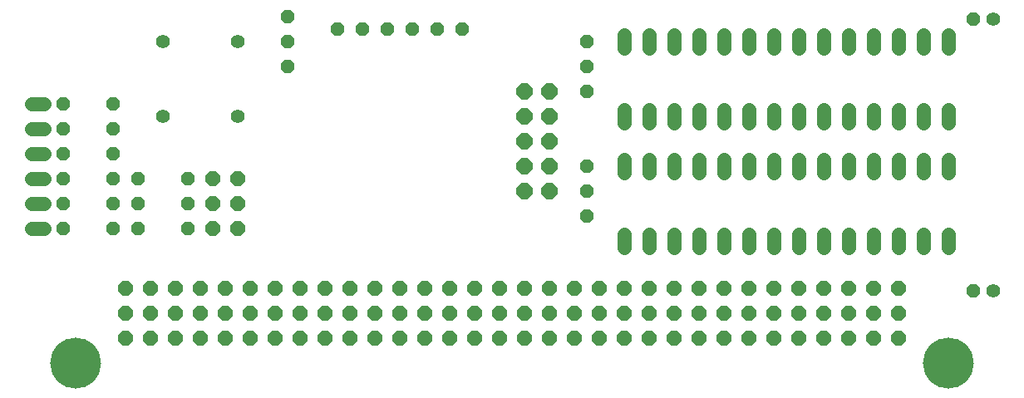
<source format=gbr>
G04 EAGLE Gerber RS-274X export*
G75*
%MOMM*%
%FSLAX34Y34*%
%LPD*%
%INSoldermask Bottom*%
%IPPOS*%
%AMOC8*
5,1,8,0,0,1.08239X$1,22.5*%
G01*
%ADD10C,1.422400*%
%ADD11C,5.181600*%
%ADD12P,1.649562X8X292.500000*%
%ADD13C,2.895600*%
%ADD14C,1.422400*%
%ADD15P,1.539592X8X22.500000*%
%ADD16P,1.649562X8X112.500000*%
%ADD17P,1.539592X8X292.500000*%
%ADD18P,1.539592X8X202.500000*%
%ADD19P,1.759533X8X292.500000*%


D10*
X622300Y272796D02*
X622300Y286004D01*
X647700Y286004D02*
X647700Y272796D01*
X774700Y272796D02*
X774700Y286004D01*
X800100Y286004D02*
X800100Y272796D01*
X673100Y272796D02*
X673100Y286004D01*
X698500Y286004D02*
X698500Y272796D01*
X749300Y272796D02*
X749300Y286004D01*
X723900Y286004D02*
X723900Y272796D01*
X825500Y272796D02*
X825500Y286004D01*
X850900Y286004D02*
X850900Y272796D01*
X876300Y272796D02*
X876300Y286004D01*
X901700Y286004D02*
X901700Y272796D01*
X927100Y272796D02*
X927100Y286004D01*
X952500Y286004D02*
X952500Y272796D01*
X952500Y348996D02*
X952500Y362204D01*
X927100Y362204D02*
X927100Y348996D01*
X901700Y348996D02*
X901700Y362204D01*
X876300Y362204D02*
X876300Y348996D01*
X850900Y348996D02*
X850900Y362204D01*
X825500Y362204D02*
X825500Y348996D01*
X800100Y348996D02*
X800100Y362204D01*
X774700Y362204D02*
X774700Y348996D01*
X749300Y348996D02*
X749300Y362204D01*
X723900Y362204D02*
X723900Y348996D01*
X698500Y348996D02*
X698500Y362204D01*
X673100Y362204D02*
X673100Y348996D01*
X647700Y348996D02*
X647700Y362204D01*
X622300Y362204D02*
X622300Y348996D01*
D11*
X952500Y27940D03*
D12*
X901700Y53340D03*
X876300Y53340D03*
X850900Y53340D03*
X825500Y53340D03*
X800100Y53340D03*
X774700Y53340D03*
X749300Y53340D03*
X723900Y53340D03*
X698500Y53340D03*
X673100Y53340D03*
X647700Y53340D03*
X622300Y53340D03*
X596900Y53340D03*
X571500Y53340D03*
X546100Y53340D03*
X520700Y53340D03*
X495300Y53340D03*
X469900Y53340D03*
X444500Y53340D03*
X419100Y53340D03*
X393700Y53340D03*
X368300Y53340D03*
X342900Y53340D03*
X317500Y53340D03*
X292100Y53340D03*
X266700Y53340D03*
X241300Y53340D03*
X215900Y53340D03*
X190500Y53340D03*
X165100Y53340D03*
X139700Y53340D03*
X114300Y53340D03*
X901700Y104140D03*
X876300Y104140D03*
X850900Y104140D03*
X825500Y104140D03*
X800100Y104140D03*
X774700Y104140D03*
X749300Y104140D03*
X723900Y104140D03*
X698500Y104140D03*
X673100Y104140D03*
X647700Y104140D03*
X622300Y104140D03*
X596900Y104140D03*
X571500Y104140D03*
X546100Y104140D03*
X520700Y104140D03*
X495300Y104140D03*
X469900Y104140D03*
X444500Y104140D03*
X419100Y104140D03*
X393700Y104140D03*
X368300Y104140D03*
X342900Y104140D03*
X317500Y104140D03*
X292100Y104140D03*
X266700Y104140D03*
X241300Y104140D03*
X215900Y104140D03*
X190500Y104140D03*
X165100Y104140D03*
X139700Y104140D03*
X114300Y104140D03*
D11*
X63500Y27940D03*
D12*
X901700Y78740D03*
X876300Y78740D03*
X850900Y78740D03*
X825500Y78740D03*
X800100Y78740D03*
X774700Y78740D03*
X749300Y78740D03*
X723900Y78740D03*
X698500Y78740D03*
X673100Y78740D03*
X647700Y78740D03*
X622300Y78740D03*
X596900Y78740D03*
X571500Y78740D03*
X546100Y78740D03*
X520700Y78740D03*
X495300Y78740D03*
X469900Y78740D03*
X444500Y78740D03*
X419100Y78740D03*
X393700Y78740D03*
X368300Y78740D03*
X342900Y78740D03*
X317500Y78740D03*
X292100Y78740D03*
X266700Y78740D03*
X241300Y78740D03*
X215900Y78740D03*
X190500Y78740D03*
X165100Y78740D03*
X139700Y78740D03*
X114300Y78740D03*
D13*
X952500Y27940D03*
X63500Y27940D03*
D14*
X152400Y355600D03*
X152400Y279400D03*
X228600Y279400D03*
X228600Y355600D03*
D15*
X50800Y165100D03*
X101600Y165100D03*
X50800Y190500D03*
X101600Y190500D03*
X50800Y215900D03*
X101600Y215900D03*
X50800Y241300D03*
X101600Y241300D03*
X50800Y266700D03*
X101600Y266700D03*
X50800Y292100D03*
X101600Y292100D03*
D10*
X622300Y159004D02*
X622300Y145796D01*
X647700Y145796D02*
X647700Y159004D01*
X774700Y159004D02*
X774700Y145796D01*
X800100Y145796D02*
X800100Y159004D01*
X673100Y159004D02*
X673100Y145796D01*
X698500Y145796D02*
X698500Y159004D01*
X749300Y159004D02*
X749300Y145796D01*
X723900Y145796D02*
X723900Y159004D01*
X825500Y159004D02*
X825500Y145796D01*
X850900Y145796D02*
X850900Y159004D01*
X876300Y159004D02*
X876300Y145796D01*
X901700Y145796D02*
X901700Y159004D01*
X927100Y159004D02*
X927100Y145796D01*
X952500Y145796D02*
X952500Y159004D01*
X952500Y221996D02*
X952500Y235204D01*
X927100Y235204D02*
X927100Y221996D01*
X901700Y221996D02*
X901700Y235204D01*
X876300Y235204D02*
X876300Y221996D01*
X850900Y221996D02*
X850900Y235204D01*
X825500Y235204D02*
X825500Y221996D01*
X800100Y221996D02*
X800100Y235204D01*
X774700Y235204D02*
X774700Y221996D01*
X749300Y221996D02*
X749300Y235204D01*
X723900Y235204D02*
X723900Y221996D01*
X698500Y221996D02*
X698500Y235204D01*
X673100Y235204D02*
X673100Y221996D01*
X647700Y221996D02*
X647700Y235204D01*
X622300Y235204D02*
X622300Y221996D01*
D16*
X228600Y165100D03*
X203200Y165100D03*
X228600Y190500D03*
X203200Y190500D03*
X228600Y215900D03*
X203200Y215900D03*
D15*
X127000Y165100D03*
X177800Y165100D03*
X127000Y190500D03*
X177800Y190500D03*
X127000Y215900D03*
X177800Y215900D03*
D10*
X32004Y292100D02*
X18796Y292100D01*
X18796Y266700D02*
X32004Y266700D01*
X32004Y241300D02*
X18796Y241300D01*
X18796Y215900D02*
X32004Y215900D01*
X32004Y190500D02*
X18796Y190500D01*
X18796Y165100D02*
X32004Y165100D01*
D17*
X584200Y228600D03*
X584200Y177800D03*
X584200Y203200D03*
X584200Y355600D03*
X584200Y304800D03*
X584200Y330200D03*
X279400Y381000D03*
X279400Y330200D03*
X279400Y355600D03*
D18*
X457200Y368300D03*
X406400Y368300D03*
X431800Y368300D03*
X381000Y368300D03*
X330200Y368300D03*
X355600Y368300D03*
X977900Y101600D03*
D14*
X998220Y101600D03*
D18*
X977900Y378460D03*
D14*
X998220Y378460D03*
D19*
X520700Y304800D03*
X546100Y304800D03*
X520700Y279400D03*
X546100Y279400D03*
X520700Y254000D03*
X546100Y254000D03*
X520700Y228600D03*
X546100Y228600D03*
X520700Y203200D03*
X546100Y203200D03*
M02*

</source>
